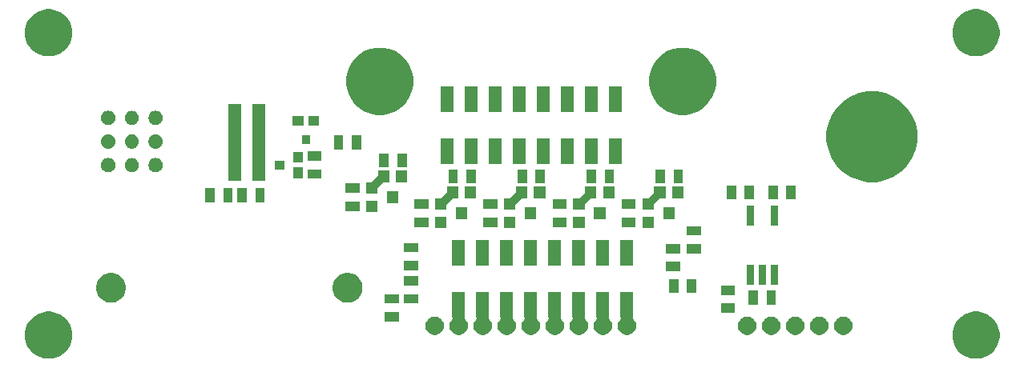
<source format=gbs>
G04 #@! TF.GenerationSoftware,KiCad,Pcbnew,5.0.2-bee76a0~70~ubuntu16.04.1*
G04 #@! TF.CreationDate,2019-12-01T15:03:48-08:00*
G04 #@! TF.ProjectId,endcap,656e6463-6170-42e6-9b69-6361645f7063,2.0*
G04 #@! TF.SameCoordinates,PX2faf080PY2faf080*
G04 #@! TF.FileFunction,Soldermask,Bot*
G04 #@! TF.FilePolarity,Negative*
%FSLAX46Y46*%
G04 Gerber Fmt 4.6, Leading zero omitted, Abs format (unit mm)*
G04 Created by KiCad (PCBNEW 5.0.2-bee76a0~70~ubuntu16.04.1) date Sun 01 Dec 2019 03:03:48 PM PST*
%MOMM*%
%LPD*%
G01*
G04 APERTURE LIST*
%ADD10C,0.100000*%
G04 APERTURE END LIST*
D10*
G36*
X102487921Y-33547056D02*
X102729515Y-33595112D01*
X103184668Y-33783643D01*
X103544387Y-34024000D01*
X103594297Y-34057349D01*
X103942651Y-34405703D01*
X104216358Y-34815334D01*
X104404888Y-35270486D01*
X104501000Y-35753672D01*
X104501000Y-36246328D01*
X104404888Y-36729514D01*
X104216358Y-37184666D01*
X103942651Y-37594297D01*
X103594297Y-37942651D01*
X103594294Y-37942653D01*
X103184668Y-38216357D01*
X102729515Y-38404888D01*
X102487921Y-38452944D01*
X102246328Y-38501000D01*
X101753672Y-38501000D01*
X101512079Y-38452944D01*
X101270485Y-38404888D01*
X100815332Y-38216357D01*
X100405706Y-37942653D01*
X100405703Y-37942651D01*
X100057349Y-37594297D01*
X99783642Y-37184666D01*
X99595112Y-36729514D01*
X99499000Y-36246328D01*
X99499000Y-35753672D01*
X99595112Y-35270486D01*
X99783642Y-34815334D01*
X100057349Y-34405703D01*
X100405703Y-34057349D01*
X100455613Y-34024000D01*
X100815332Y-33783643D01*
X101270485Y-33595112D01*
X101512079Y-33547056D01*
X101753672Y-33499000D01*
X102246328Y-33499000D01*
X102487921Y-33547056D01*
X102487921Y-33547056D01*
G37*
G36*
X4487921Y-33547056D02*
X4729515Y-33595112D01*
X5184668Y-33783643D01*
X5544387Y-34024000D01*
X5594297Y-34057349D01*
X5942651Y-34405703D01*
X6216358Y-34815334D01*
X6404888Y-35270486D01*
X6501000Y-35753672D01*
X6501000Y-36246328D01*
X6404888Y-36729514D01*
X6216358Y-37184666D01*
X5942651Y-37594297D01*
X5594297Y-37942651D01*
X5594294Y-37942653D01*
X5184668Y-38216357D01*
X4729515Y-38404888D01*
X4487921Y-38452944D01*
X4246328Y-38501000D01*
X3753672Y-38501000D01*
X3512079Y-38452944D01*
X3270485Y-38404888D01*
X2815332Y-38216357D01*
X2405706Y-37942653D01*
X2405703Y-37942651D01*
X2057349Y-37594297D01*
X1783642Y-37184666D01*
X1595112Y-36729514D01*
X1499000Y-36246328D01*
X1499000Y-35753672D01*
X1595112Y-35270486D01*
X1783642Y-34815334D01*
X2057349Y-34405703D01*
X2405703Y-34057349D01*
X2455613Y-34024000D01*
X2815332Y-33783643D01*
X3270485Y-33595112D01*
X3512079Y-33547056D01*
X3753672Y-33499000D01*
X4246328Y-33499000D01*
X4487921Y-33547056D01*
X4487921Y-33547056D01*
G37*
G36*
X48001000Y-34199801D02*
X48000450Y-34201614D01*
X47998048Y-34226000D01*
X48000450Y-34250386D01*
X48007563Y-34273835D01*
X48019114Y-34295446D01*
X48034660Y-34314388D01*
X48098106Y-34377834D01*
X48098108Y-34377837D01*
X48204920Y-34537691D01*
X48209190Y-34548000D01*
X48278493Y-34715314D01*
X48316000Y-34903871D01*
X48316000Y-35096129D01*
X48281318Y-35270486D01*
X48278492Y-35284689D01*
X48204920Y-35462309D01*
X48204919Y-35462310D01*
X48098106Y-35622166D01*
X47962166Y-35758106D01*
X47962163Y-35758108D01*
X47802309Y-35864920D01*
X47624689Y-35938492D01*
X47624688Y-35938492D01*
X47624686Y-35938493D01*
X47436129Y-35976000D01*
X47243871Y-35976000D01*
X47055314Y-35938493D01*
X47055312Y-35938492D01*
X47055311Y-35938492D01*
X46877691Y-35864920D01*
X46717837Y-35758108D01*
X46717834Y-35758106D01*
X46581894Y-35622166D01*
X46475081Y-35462310D01*
X46475080Y-35462309D01*
X46401508Y-35284689D01*
X46398683Y-35270486D01*
X46364000Y-35096129D01*
X46364000Y-34903871D01*
X46401507Y-34715314D01*
X46470810Y-34548000D01*
X46475080Y-34537691D01*
X46581892Y-34377837D01*
X46581894Y-34377834D01*
X46645340Y-34314388D01*
X46660886Y-34295446D01*
X46672437Y-34273835D01*
X46679550Y-34250386D01*
X46681952Y-34226000D01*
X46679550Y-34201614D01*
X46672437Y-34178165D01*
X46660886Y-34156554D01*
X46645340Y-34137612D01*
X46626398Y-34122066D01*
X46604787Y-34110515D01*
X46599000Y-34108760D01*
X46599000Y-31399000D01*
X48001000Y-31399000D01*
X48001000Y-34199801D01*
X48001000Y-34199801D01*
G37*
G36*
X88264686Y-34061507D02*
X88264688Y-34061508D01*
X88264689Y-34061508D01*
X88442309Y-34135080D01*
X88539170Y-34199801D01*
X88602166Y-34241894D01*
X88738106Y-34377834D01*
X88738108Y-34377837D01*
X88844920Y-34537691D01*
X88849190Y-34548000D01*
X88918493Y-34715314D01*
X88956000Y-34903871D01*
X88956000Y-35096129D01*
X88921318Y-35270486D01*
X88918492Y-35284689D01*
X88844920Y-35462309D01*
X88844919Y-35462310D01*
X88738106Y-35622166D01*
X88602166Y-35758106D01*
X88602163Y-35758108D01*
X88442309Y-35864920D01*
X88264689Y-35938492D01*
X88264688Y-35938492D01*
X88264686Y-35938493D01*
X88076129Y-35976000D01*
X87883871Y-35976000D01*
X87695314Y-35938493D01*
X87695312Y-35938492D01*
X87695311Y-35938492D01*
X87517691Y-35864920D01*
X87357837Y-35758108D01*
X87357834Y-35758106D01*
X87221894Y-35622166D01*
X87115081Y-35462310D01*
X87115080Y-35462309D01*
X87041508Y-35284689D01*
X87038683Y-35270486D01*
X87004000Y-35096129D01*
X87004000Y-34903871D01*
X87041507Y-34715314D01*
X87110810Y-34548000D01*
X87115080Y-34537691D01*
X87221892Y-34377837D01*
X87221894Y-34377834D01*
X87357834Y-34241894D01*
X87420830Y-34199801D01*
X87517691Y-34135080D01*
X87695311Y-34061508D01*
X87695312Y-34061508D01*
X87695314Y-34061507D01*
X87883871Y-34024000D01*
X88076129Y-34024000D01*
X88264686Y-34061507D01*
X88264686Y-34061507D01*
G37*
G36*
X85724686Y-34061507D02*
X85724688Y-34061508D01*
X85724689Y-34061508D01*
X85902309Y-34135080D01*
X85999170Y-34199801D01*
X86062166Y-34241894D01*
X86198106Y-34377834D01*
X86198108Y-34377837D01*
X86304920Y-34537691D01*
X86309190Y-34548000D01*
X86378493Y-34715314D01*
X86416000Y-34903871D01*
X86416000Y-35096129D01*
X86381318Y-35270486D01*
X86378492Y-35284689D01*
X86304920Y-35462309D01*
X86304919Y-35462310D01*
X86198106Y-35622166D01*
X86062166Y-35758106D01*
X86062163Y-35758108D01*
X85902309Y-35864920D01*
X85724689Y-35938492D01*
X85724688Y-35938492D01*
X85724686Y-35938493D01*
X85536129Y-35976000D01*
X85343871Y-35976000D01*
X85155314Y-35938493D01*
X85155312Y-35938492D01*
X85155311Y-35938492D01*
X84977691Y-35864920D01*
X84817837Y-35758108D01*
X84817834Y-35758106D01*
X84681894Y-35622166D01*
X84575081Y-35462310D01*
X84575080Y-35462309D01*
X84501508Y-35284689D01*
X84498683Y-35270486D01*
X84464000Y-35096129D01*
X84464000Y-34903871D01*
X84501507Y-34715314D01*
X84570810Y-34548000D01*
X84575080Y-34537691D01*
X84681892Y-34377837D01*
X84681894Y-34377834D01*
X84817834Y-34241894D01*
X84880830Y-34199801D01*
X84977691Y-34135080D01*
X85155311Y-34061508D01*
X85155312Y-34061508D01*
X85155314Y-34061507D01*
X85343871Y-34024000D01*
X85536129Y-34024000D01*
X85724686Y-34061507D01*
X85724686Y-34061507D01*
G37*
G36*
X83184686Y-34061507D02*
X83184688Y-34061508D01*
X83184689Y-34061508D01*
X83362309Y-34135080D01*
X83459170Y-34199801D01*
X83522166Y-34241894D01*
X83658106Y-34377834D01*
X83658108Y-34377837D01*
X83764920Y-34537691D01*
X83769190Y-34548000D01*
X83838493Y-34715314D01*
X83876000Y-34903871D01*
X83876000Y-35096129D01*
X83841318Y-35270486D01*
X83838492Y-35284689D01*
X83764920Y-35462309D01*
X83764919Y-35462310D01*
X83658106Y-35622166D01*
X83522166Y-35758106D01*
X83522163Y-35758108D01*
X83362309Y-35864920D01*
X83184689Y-35938492D01*
X83184688Y-35938492D01*
X83184686Y-35938493D01*
X82996129Y-35976000D01*
X82803871Y-35976000D01*
X82615314Y-35938493D01*
X82615312Y-35938492D01*
X82615311Y-35938492D01*
X82437691Y-35864920D01*
X82277837Y-35758108D01*
X82277834Y-35758106D01*
X82141894Y-35622166D01*
X82035081Y-35462310D01*
X82035080Y-35462309D01*
X81961508Y-35284689D01*
X81958683Y-35270486D01*
X81924000Y-35096129D01*
X81924000Y-34903871D01*
X81961507Y-34715314D01*
X82030810Y-34548000D01*
X82035080Y-34537691D01*
X82141892Y-34377837D01*
X82141894Y-34377834D01*
X82277834Y-34241894D01*
X82340830Y-34199801D01*
X82437691Y-34135080D01*
X82615311Y-34061508D01*
X82615312Y-34061508D01*
X82615314Y-34061507D01*
X82803871Y-34024000D01*
X82996129Y-34024000D01*
X83184686Y-34061507D01*
X83184686Y-34061507D01*
G37*
G36*
X80644686Y-34061507D02*
X80644688Y-34061508D01*
X80644689Y-34061508D01*
X80822309Y-34135080D01*
X80919170Y-34199801D01*
X80982166Y-34241894D01*
X81118106Y-34377834D01*
X81118108Y-34377837D01*
X81224920Y-34537691D01*
X81229190Y-34548000D01*
X81298493Y-34715314D01*
X81336000Y-34903871D01*
X81336000Y-35096129D01*
X81301318Y-35270486D01*
X81298492Y-35284689D01*
X81224920Y-35462309D01*
X81224919Y-35462310D01*
X81118106Y-35622166D01*
X80982166Y-35758106D01*
X80982163Y-35758108D01*
X80822309Y-35864920D01*
X80644689Y-35938492D01*
X80644688Y-35938492D01*
X80644686Y-35938493D01*
X80456129Y-35976000D01*
X80263871Y-35976000D01*
X80075314Y-35938493D01*
X80075312Y-35938492D01*
X80075311Y-35938492D01*
X79897691Y-35864920D01*
X79737837Y-35758108D01*
X79737834Y-35758106D01*
X79601894Y-35622166D01*
X79495081Y-35462310D01*
X79495080Y-35462309D01*
X79421508Y-35284689D01*
X79418683Y-35270486D01*
X79384000Y-35096129D01*
X79384000Y-34903871D01*
X79421507Y-34715314D01*
X79490810Y-34548000D01*
X79495080Y-34537691D01*
X79601892Y-34377837D01*
X79601894Y-34377834D01*
X79737834Y-34241894D01*
X79800830Y-34199801D01*
X79897691Y-34135080D01*
X80075311Y-34061508D01*
X80075312Y-34061508D01*
X80075314Y-34061507D01*
X80263871Y-34024000D01*
X80456129Y-34024000D01*
X80644686Y-34061507D01*
X80644686Y-34061507D01*
G37*
G36*
X78104686Y-34061507D02*
X78104688Y-34061508D01*
X78104689Y-34061508D01*
X78282309Y-34135080D01*
X78379170Y-34199801D01*
X78442166Y-34241894D01*
X78578106Y-34377834D01*
X78578108Y-34377837D01*
X78684920Y-34537691D01*
X78689190Y-34548000D01*
X78758493Y-34715314D01*
X78796000Y-34903871D01*
X78796000Y-35096129D01*
X78761318Y-35270486D01*
X78758492Y-35284689D01*
X78684920Y-35462309D01*
X78684919Y-35462310D01*
X78578106Y-35622166D01*
X78442166Y-35758106D01*
X78442163Y-35758108D01*
X78282309Y-35864920D01*
X78104689Y-35938492D01*
X78104688Y-35938492D01*
X78104686Y-35938493D01*
X77916129Y-35976000D01*
X77723871Y-35976000D01*
X77535314Y-35938493D01*
X77535312Y-35938492D01*
X77535311Y-35938492D01*
X77357691Y-35864920D01*
X77197837Y-35758108D01*
X77197834Y-35758106D01*
X77061894Y-35622166D01*
X76955081Y-35462310D01*
X76955080Y-35462309D01*
X76881508Y-35284689D01*
X76878683Y-35270486D01*
X76844000Y-35096129D01*
X76844000Y-34903871D01*
X76881507Y-34715314D01*
X76950810Y-34548000D01*
X76955080Y-34537691D01*
X77061892Y-34377837D01*
X77061894Y-34377834D01*
X77197834Y-34241894D01*
X77260830Y-34199801D01*
X77357691Y-34135080D01*
X77535311Y-34061508D01*
X77535312Y-34061508D01*
X77535314Y-34061507D01*
X77723871Y-34024000D01*
X77916129Y-34024000D01*
X78104686Y-34061507D01*
X78104686Y-34061507D01*
G37*
G36*
X65781000Y-34199801D02*
X65780450Y-34201614D01*
X65778048Y-34226000D01*
X65780450Y-34250386D01*
X65787563Y-34273835D01*
X65799114Y-34295446D01*
X65814660Y-34314388D01*
X65878106Y-34377834D01*
X65878108Y-34377837D01*
X65984920Y-34537691D01*
X65989190Y-34548000D01*
X66058493Y-34715314D01*
X66096000Y-34903871D01*
X66096000Y-35096129D01*
X66061318Y-35270486D01*
X66058492Y-35284689D01*
X65984920Y-35462309D01*
X65984919Y-35462310D01*
X65878106Y-35622166D01*
X65742166Y-35758106D01*
X65742163Y-35758108D01*
X65582309Y-35864920D01*
X65404689Y-35938492D01*
X65404688Y-35938492D01*
X65404686Y-35938493D01*
X65216129Y-35976000D01*
X65023871Y-35976000D01*
X64835314Y-35938493D01*
X64835312Y-35938492D01*
X64835311Y-35938492D01*
X64657691Y-35864920D01*
X64497837Y-35758108D01*
X64497834Y-35758106D01*
X64361894Y-35622166D01*
X64255081Y-35462310D01*
X64255080Y-35462309D01*
X64181508Y-35284689D01*
X64178683Y-35270486D01*
X64144000Y-35096129D01*
X64144000Y-34903871D01*
X64181507Y-34715314D01*
X64250810Y-34548000D01*
X64255080Y-34537691D01*
X64361892Y-34377837D01*
X64361894Y-34377834D01*
X64425340Y-34314388D01*
X64440886Y-34295446D01*
X64452437Y-34273835D01*
X64459550Y-34250386D01*
X64461952Y-34226000D01*
X64459550Y-34201614D01*
X64452437Y-34178165D01*
X64440886Y-34156554D01*
X64425340Y-34137612D01*
X64406398Y-34122066D01*
X64384787Y-34110515D01*
X64379000Y-34108760D01*
X64379000Y-31399000D01*
X65781000Y-31399000D01*
X65781000Y-34199801D01*
X65781000Y-34199801D01*
G37*
G36*
X63241000Y-34199801D02*
X63240450Y-34201614D01*
X63238048Y-34226000D01*
X63240450Y-34250386D01*
X63247563Y-34273835D01*
X63259114Y-34295446D01*
X63274660Y-34314388D01*
X63338106Y-34377834D01*
X63338108Y-34377837D01*
X63444920Y-34537691D01*
X63449190Y-34548000D01*
X63518493Y-34715314D01*
X63556000Y-34903871D01*
X63556000Y-35096129D01*
X63521318Y-35270486D01*
X63518492Y-35284689D01*
X63444920Y-35462309D01*
X63444919Y-35462310D01*
X63338106Y-35622166D01*
X63202166Y-35758106D01*
X63202163Y-35758108D01*
X63042309Y-35864920D01*
X62864689Y-35938492D01*
X62864688Y-35938492D01*
X62864686Y-35938493D01*
X62676129Y-35976000D01*
X62483871Y-35976000D01*
X62295314Y-35938493D01*
X62295312Y-35938492D01*
X62295311Y-35938492D01*
X62117691Y-35864920D01*
X61957837Y-35758108D01*
X61957834Y-35758106D01*
X61821894Y-35622166D01*
X61715081Y-35462310D01*
X61715080Y-35462309D01*
X61641508Y-35284689D01*
X61638683Y-35270486D01*
X61604000Y-35096129D01*
X61604000Y-34903871D01*
X61641507Y-34715314D01*
X61710810Y-34548000D01*
X61715080Y-34537691D01*
X61821892Y-34377837D01*
X61821894Y-34377834D01*
X61885340Y-34314388D01*
X61900886Y-34295446D01*
X61912437Y-34273835D01*
X61919550Y-34250386D01*
X61921952Y-34226000D01*
X61919550Y-34201614D01*
X61912437Y-34178165D01*
X61900886Y-34156554D01*
X61885340Y-34137612D01*
X61866398Y-34122066D01*
X61844787Y-34110515D01*
X61839000Y-34108760D01*
X61839000Y-31399000D01*
X63241000Y-31399000D01*
X63241000Y-34199801D01*
X63241000Y-34199801D01*
G37*
G36*
X60701000Y-34199801D02*
X60700450Y-34201614D01*
X60698048Y-34226000D01*
X60700450Y-34250386D01*
X60707563Y-34273835D01*
X60719114Y-34295446D01*
X60734660Y-34314388D01*
X60798106Y-34377834D01*
X60798108Y-34377837D01*
X60904920Y-34537691D01*
X60909190Y-34548000D01*
X60978493Y-34715314D01*
X61016000Y-34903871D01*
X61016000Y-35096129D01*
X60981318Y-35270486D01*
X60978492Y-35284689D01*
X60904920Y-35462309D01*
X60904919Y-35462310D01*
X60798106Y-35622166D01*
X60662166Y-35758106D01*
X60662163Y-35758108D01*
X60502309Y-35864920D01*
X60324689Y-35938492D01*
X60324688Y-35938492D01*
X60324686Y-35938493D01*
X60136129Y-35976000D01*
X59943871Y-35976000D01*
X59755314Y-35938493D01*
X59755312Y-35938492D01*
X59755311Y-35938492D01*
X59577691Y-35864920D01*
X59417837Y-35758108D01*
X59417834Y-35758106D01*
X59281894Y-35622166D01*
X59175081Y-35462310D01*
X59175080Y-35462309D01*
X59101508Y-35284689D01*
X59098683Y-35270486D01*
X59064000Y-35096129D01*
X59064000Y-34903871D01*
X59101507Y-34715314D01*
X59170810Y-34548000D01*
X59175080Y-34537691D01*
X59281892Y-34377837D01*
X59281894Y-34377834D01*
X59345340Y-34314388D01*
X59360886Y-34295446D01*
X59372437Y-34273835D01*
X59379550Y-34250386D01*
X59381952Y-34226000D01*
X59379550Y-34201614D01*
X59372437Y-34178165D01*
X59360886Y-34156554D01*
X59345340Y-34137612D01*
X59326398Y-34122066D01*
X59304787Y-34110515D01*
X59299000Y-34108760D01*
X59299000Y-31399000D01*
X60701000Y-31399000D01*
X60701000Y-34199801D01*
X60701000Y-34199801D01*
G37*
G36*
X58161000Y-34199801D02*
X58160450Y-34201614D01*
X58158048Y-34226000D01*
X58160450Y-34250386D01*
X58167563Y-34273835D01*
X58179114Y-34295446D01*
X58194660Y-34314388D01*
X58258106Y-34377834D01*
X58258108Y-34377837D01*
X58364920Y-34537691D01*
X58369190Y-34548000D01*
X58438493Y-34715314D01*
X58476000Y-34903871D01*
X58476000Y-35096129D01*
X58441318Y-35270486D01*
X58438492Y-35284689D01*
X58364920Y-35462309D01*
X58364919Y-35462310D01*
X58258106Y-35622166D01*
X58122166Y-35758106D01*
X58122163Y-35758108D01*
X57962309Y-35864920D01*
X57784689Y-35938492D01*
X57784688Y-35938492D01*
X57784686Y-35938493D01*
X57596129Y-35976000D01*
X57403871Y-35976000D01*
X57215314Y-35938493D01*
X57215312Y-35938492D01*
X57215311Y-35938492D01*
X57037691Y-35864920D01*
X56877837Y-35758108D01*
X56877834Y-35758106D01*
X56741894Y-35622166D01*
X56635081Y-35462310D01*
X56635080Y-35462309D01*
X56561508Y-35284689D01*
X56558683Y-35270486D01*
X56524000Y-35096129D01*
X56524000Y-34903871D01*
X56561507Y-34715314D01*
X56630810Y-34548000D01*
X56635080Y-34537691D01*
X56741892Y-34377837D01*
X56741894Y-34377834D01*
X56805340Y-34314388D01*
X56820886Y-34295446D01*
X56832437Y-34273835D01*
X56839550Y-34250386D01*
X56841952Y-34226000D01*
X56839550Y-34201614D01*
X56832437Y-34178165D01*
X56820886Y-34156554D01*
X56805340Y-34137612D01*
X56786398Y-34122066D01*
X56764787Y-34110515D01*
X56759000Y-34108760D01*
X56759000Y-31399000D01*
X58161000Y-31399000D01*
X58161000Y-34199801D01*
X58161000Y-34199801D01*
G37*
G36*
X55621000Y-34199801D02*
X55620450Y-34201614D01*
X55618048Y-34226000D01*
X55620450Y-34250386D01*
X55627563Y-34273835D01*
X55639114Y-34295446D01*
X55654660Y-34314388D01*
X55718106Y-34377834D01*
X55718108Y-34377837D01*
X55824920Y-34537691D01*
X55829190Y-34548000D01*
X55898493Y-34715314D01*
X55936000Y-34903871D01*
X55936000Y-35096129D01*
X55901318Y-35270486D01*
X55898492Y-35284689D01*
X55824920Y-35462309D01*
X55824919Y-35462310D01*
X55718106Y-35622166D01*
X55582166Y-35758106D01*
X55582163Y-35758108D01*
X55422309Y-35864920D01*
X55244689Y-35938492D01*
X55244688Y-35938492D01*
X55244686Y-35938493D01*
X55056129Y-35976000D01*
X54863871Y-35976000D01*
X54675314Y-35938493D01*
X54675312Y-35938492D01*
X54675311Y-35938492D01*
X54497691Y-35864920D01*
X54337837Y-35758108D01*
X54337834Y-35758106D01*
X54201894Y-35622166D01*
X54095081Y-35462310D01*
X54095080Y-35462309D01*
X54021508Y-35284689D01*
X54018683Y-35270486D01*
X53984000Y-35096129D01*
X53984000Y-34903871D01*
X54021507Y-34715314D01*
X54090810Y-34548000D01*
X54095080Y-34537691D01*
X54201892Y-34377837D01*
X54201894Y-34377834D01*
X54265340Y-34314388D01*
X54280886Y-34295446D01*
X54292437Y-34273835D01*
X54299550Y-34250386D01*
X54301952Y-34226000D01*
X54299550Y-34201614D01*
X54292437Y-34178165D01*
X54280886Y-34156554D01*
X54265340Y-34137612D01*
X54246398Y-34122066D01*
X54224787Y-34110515D01*
X54219000Y-34108760D01*
X54219000Y-31399000D01*
X55621000Y-31399000D01*
X55621000Y-34199801D01*
X55621000Y-34199801D01*
G37*
G36*
X53081000Y-34199801D02*
X53080450Y-34201614D01*
X53078048Y-34226000D01*
X53080450Y-34250386D01*
X53087563Y-34273835D01*
X53099114Y-34295446D01*
X53114660Y-34314388D01*
X53178106Y-34377834D01*
X53178108Y-34377837D01*
X53284920Y-34537691D01*
X53289190Y-34548000D01*
X53358493Y-34715314D01*
X53396000Y-34903871D01*
X53396000Y-35096129D01*
X53361318Y-35270486D01*
X53358492Y-35284689D01*
X53284920Y-35462309D01*
X53284919Y-35462310D01*
X53178106Y-35622166D01*
X53042166Y-35758106D01*
X53042163Y-35758108D01*
X52882309Y-35864920D01*
X52704689Y-35938492D01*
X52704688Y-35938492D01*
X52704686Y-35938493D01*
X52516129Y-35976000D01*
X52323871Y-35976000D01*
X52135314Y-35938493D01*
X52135312Y-35938492D01*
X52135311Y-35938492D01*
X51957691Y-35864920D01*
X51797837Y-35758108D01*
X51797834Y-35758106D01*
X51661894Y-35622166D01*
X51555081Y-35462310D01*
X51555080Y-35462309D01*
X51481508Y-35284689D01*
X51478683Y-35270486D01*
X51444000Y-35096129D01*
X51444000Y-34903871D01*
X51481507Y-34715314D01*
X51550810Y-34548000D01*
X51555080Y-34537691D01*
X51661892Y-34377837D01*
X51661894Y-34377834D01*
X51725340Y-34314388D01*
X51740886Y-34295446D01*
X51752437Y-34273835D01*
X51759550Y-34250386D01*
X51761952Y-34226000D01*
X51759550Y-34201614D01*
X51752437Y-34178165D01*
X51740886Y-34156554D01*
X51725340Y-34137612D01*
X51706398Y-34122066D01*
X51684787Y-34110515D01*
X51679000Y-34108760D01*
X51679000Y-31399000D01*
X53081000Y-31399000D01*
X53081000Y-34199801D01*
X53081000Y-34199801D01*
G37*
G36*
X50541000Y-34199801D02*
X50540450Y-34201614D01*
X50538048Y-34226000D01*
X50540450Y-34250386D01*
X50547563Y-34273835D01*
X50559114Y-34295446D01*
X50574660Y-34314388D01*
X50638106Y-34377834D01*
X50638108Y-34377837D01*
X50744920Y-34537691D01*
X50749190Y-34548000D01*
X50818493Y-34715314D01*
X50856000Y-34903871D01*
X50856000Y-35096129D01*
X50821318Y-35270486D01*
X50818492Y-35284689D01*
X50744920Y-35462309D01*
X50744919Y-35462310D01*
X50638106Y-35622166D01*
X50502166Y-35758106D01*
X50502163Y-35758108D01*
X50342309Y-35864920D01*
X50164689Y-35938492D01*
X50164688Y-35938492D01*
X50164686Y-35938493D01*
X49976129Y-35976000D01*
X49783871Y-35976000D01*
X49595314Y-35938493D01*
X49595312Y-35938492D01*
X49595311Y-35938492D01*
X49417691Y-35864920D01*
X49257837Y-35758108D01*
X49257834Y-35758106D01*
X49121894Y-35622166D01*
X49015081Y-35462310D01*
X49015080Y-35462309D01*
X48941508Y-35284689D01*
X48938683Y-35270486D01*
X48904000Y-35096129D01*
X48904000Y-34903871D01*
X48941507Y-34715314D01*
X49010810Y-34548000D01*
X49015080Y-34537691D01*
X49121892Y-34377837D01*
X49121894Y-34377834D01*
X49185340Y-34314388D01*
X49200886Y-34295446D01*
X49212437Y-34273835D01*
X49219550Y-34250386D01*
X49221952Y-34226000D01*
X49219550Y-34201614D01*
X49212437Y-34178165D01*
X49200886Y-34156554D01*
X49185340Y-34137612D01*
X49166398Y-34122066D01*
X49144787Y-34110515D01*
X49139000Y-34108760D01*
X49139000Y-31399000D01*
X50541000Y-31399000D01*
X50541000Y-34199801D01*
X50541000Y-34199801D01*
G37*
G36*
X45084686Y-34061507D02*
X45084688Y-34061508D01*
X45084689Y-34061508D01*
X45262309Y-34135080D01*
X45359170Y-34199801D01*
X45422166Y-34241894D01*
X45558106Y-34377834D01*
X45558108Y-34377837D01*
X45664920Y-34537691D01*
X45669190Y-34548000D01*
X45738493Y-34715314D01*
X45776000Y-34903871D01*
X45776000Y-35096129D01*
X45741318Y-35270486D01*
X45738492Y-35284689D01*
X45664920Y-35462309D01*
X45664919Y-35462310D01*
X45558106Y-35622166D01*
X45422166Y-35758106D01*
X45422163Y-35758108D01*
X45262309Y-35864920D01*
X45084689Y-35938492D01*
X45084688Y-35938492D01*
X45084686Y-35938493D01*
X44896129Y-35976000D01*
X44703871Y-35976000D01*
X44515314Y-35938493D01*
X44515312Y-35938492D01*
X44515311Y-35938492D01*
X44337691Y-35864920D01*
X44177837Y-35758108D01*
X44177834Y-35758106D01*
X44041894Y-35622166D01*
X43935081Y-35462310D01*
X43935080Y-35462309D01*
X43861508Y-35284689D01*
X43858683Y-35270486D01*
X43824000Y-35096129D01*
X43824000Y-34903871D01*
X43861507Y-34715314D01*
X43930810Y-34548000D01*
X43935080Y-34537691D01*
X44041892Y-34377837D01*
X44041894Y-34377834D01*
X44177834Y-34241894D01*
X44240830Y-34199801D01*
X44337691Y-34135080D01*
X44515311Y-34061508D01*
X44515312Y-34061508D01*
X44515314Y-34061507D01*
X44703871Y-34024000D01*
X44896129Y-34024000D01*
X45084686Y-34061507D01*
X45084686Y-34061507D01*
G37*
G36*
X41049500Y-34548000D02*
X39550500Y-34548000D01*
X39550500Y-33557000D01*
X41049500Y-33557000D01*
X41049500Y-34548000D01*
X41049500Y-34548000D01*
G37*
G36*
X76549500Y-33648000D02*
X75050500Y-33648000D01*
X75050500Y-32657000D01*
X76549500Y-32657000D01*
X76549500Y-33648000D01*
X76549500Y-33648000D01*
G37*
G36*
X78943000Y-32749500D02*
X77952000Y-32749500D01*
X77952000Y-31250500D01*
X78943000Y-31250500D01*
X78943000Y-32749500D01*
X78943000Y-32749500D01*
G37*
G36*
X80848000Y-32749500D02*
X79857000Y-32749500D01*
X79857000Y-31250500D01*
X80848000Y-31250500D01*
X80848000Y-32749500D01*
X80848000Y-32749500D01*
G37*
G36*
X43049500Y-32648000D02*
X41550500Y-32648000D01*
X41550500Y-31657000D01*
X43049500Y-31657000D01*
X43049500Y-32648000D01*
X43049500Y-32648000D01*
G37*
G36*
X41049500Y-32643000D02*
X39550500Y-32643000D01*
X39550500Y-31652000D01*
X41049500Y-31652000D01*
X41049500Y-32643000D01*
X41049500Y-32643000D01*
G37*
G36*
X10805739Y-29434048D02*
X11059702Y-29484564D01*
X11346516Y-29603367D01*
X11604642Y-29775841D01*
X11824159Y-29995358D01*
X11996633Y-30253484D01*
X12115436Y-30540298D01*
X12176000Y-30844778D01*
X12176000Y-31155222D01*
X12115436Y-31459702D01*
X11996633Y-31746516D01*
X11824159Y-32004642D01*
X11604642Y-32224159D01*
X11346516Y-32396633D01*
X11059702Y-32515436D01*
X10805739Y-32565952D01*
X10755223Y-32576000D01*
X10444777Y-32576000D01*
X10394261Y-32565952D01*
X10140298Y-32515436D01*
X9853484Y-32396633D01*
X9595358Y-32224159D01*
X9375841Y-32004642D01*
X9203367Y-31746516D01*
X9084564Y-31459702D01*
X9024000Y-31155222D01*
X9024000Y-30844778D01*
X9084564Y-30540298D01*
X9203367Y-30253484D01*
X9375841Y-29995358D01*
X9595358Y-29775841D01*
X9853484Y-29603367D01*
X10140298Y-29484564D01*
X10394261Y-29434048D01*
X10444777Y-29424000D01*
X10755223Y-29424000D01*
X10805739Y-29434048D01*
X10805739Y-29434048D01*
G37*
G36*
X35805739Y-29434048D02*
X36059702Y-29484564D01*
X36346516Y-29603367D01*
X36604642Y-29775841D01*
X36824159Y-29995358D01*
X36996633Y-30253484D01*
X37115436Y-30540298D01*
X37176000Y-30844778D01*
X37176000Y-31155222D01*
X37115436Y-31459702D01*
X36996633Y-31746516D01*
X36824159Y-32004642D01*
X36604642Y-32224159D01*
X36346516Y-32396633D01*
X36059702Y-32515436D01*
X35805739Y-32565952D01*
X35755223Y-32576000D01*
X35444777Y-32576000D01*
X35394261Y-32565952D01*
X35140298Y-32515436D01*
X34853484Y-32396633D01*
X34595358Y-32224159D01*
X34375841Y-32004642D01*
X34203367Y-31746516D01*
X34084564Y-31459702D01*
X34024000Y-31155222D01*
X34024000Y-30844778D01*
X34084564Y-30540298D01*
X34203367Y-30253484D01*
X34375841Y-29995358D01*
X34595358Y-29775841D01*
X34853484Y-29603367D01*
X35140298Y-29484564D01*
X35394261Y-29434048D01*
X35444777Y-29424000D01*
X35755223Y-29424000D01*
X35805739Y-29434048D01*
X35805739Y-29434048D01*
G37*
G36*
X76549500Y-31743000D02*
X75050500Y-31743000D01*
X75050500Y-30752000D01*
X76549500Y-30752000D01*
X76549500Y-31743000D01*
X76549500Y-31743000D01*
G37*
G36*
X70543000Y-31549500D02*
X69552000Y-31549500D01*
X69552000Y-30050500D01*
X70543000Y-30050500D01*
X70543000Y-31549500D01*
X70543000Y-31549500D01*
G37*
G36*
X72448000Y-31549500D02*
X71457000Y-31549500D01*
X71457000Y-30050500D01*
X72448000Y-30050500D01*
X72448000Y-31549500D01*
X72448000Y-31549500D01*
G37*
G36*
X43049500Y-30743000D02*
X41550500Y-30743000D01*
X41550500Y-29752000D01*
X43049500Y-29752000D01*
X43049500Y-30743000D01*
X43049500Y-30743000D01*
G37*
G36*
X81041000Y-30701000D02*
X80299000Y-30701000D01*
X80299000Y-28599000D01*
X81041000Y-28599000D01*
X81041000Y-30701000D01*
X81041000Y-30701000D01*
G37*
G36*
X78501000Y-30701000D02*
X77759000Y-30701000D01*
X77759000Y-28599000D01*
X78501000Y-28599000D01*
X78501000Y-30701000D01*
X78501000Y-30701000D01*
G37*
G36*
X79771000Y-30701000D02*
X79029000Y-30701000D01*
X79029000Y-28599000D01*
X79771000Y-28599000D01*
X79771000Y-30701000D01*
X79771000Y-30701000D01*
G37*
G36*
X70749500Y-29248000D02*
X69250500Y-29248000D01*
X69250500Y-28257000D01*
X70749500Y-28257000D01*
X70749500Y-29248000D01*
X70749500Y-29248000D01*
G37*
G36*
X43049500Y-29148000D02*
X41550500Y-29148000D01*
X41550500Y-28157000D01*
X43049500Y-28157000D01*
X43049500Y-29148000D01*
X43049500Y-29148000D01*
G37*
G36*
X48001000Y-28601000D02*
X46599000Y-28601000D01*
X46599000Y-25899000D01*
X48001000Y-25899000D01*
X48001000Y-28601000D01*
X48001000Y-28601000D01*
G37*
G36*
X50541000Y-28601000D02*
X49139000Y-28601000D01*
X49139000Y-25899000D01*
X50541000Y-25899000D01*
X50541000Y-28601000D01*
X50541000Y-28601000D01*
G37*
G36*
X55621000Y-28601000D02*
X54219000Y-28601000D01*
X54219000Y-25899000D01*
X55621000Y-25899000D01*
X55621000Y-28601000D01*
X55621000Y-28601000D01*
G37*
G36*
X58161000Y-28601000D02*
X56759000Y-28601000D01*
X56759000Y-25899000D01*
X58161000Y-25899000D01*
X58161000Y-28601000D01*
X58161000Y-28601000D01*
G37*
G36*
X63241000Y-28601000D02*
X61839000Y-28601000D01*
X61839000Y-25899000D01*
X63241000Y-25899000D01*
X63241000Y-28601000D01*
X63241000Y-28601000D01*
G37*
G36*
X65781000Y-28601000D02*
X64379000Y-28601000D01*
X64379000Y-25899000D01*
X65781000Y-25899000D01*
X65781000Y-28601000D01*
X65781000Y-28601000D01*
G37*
G36*
X53081000Y-28601000D02*
X51679000Y-28601000D01*
X51679000Y-25899000D01*
X53081000Y-25899000D01*
X53081000Y-28601000D01*
X53081000Y-28601000D01*
G37*
G36*
X60701000Y-28601000D02*
X59299000Y-28601000D01*
X59299000Y-25899000D01*
X60701000Y-25899000D01*
X60701000Y-28601000D01*
X60701000Y-28601000D01*
G37*
G36*
X72949500Y-27348000D02*
X71450500Y-27348000D01*
X71450500Y-26357000D01*
X72949500Y-26357000D01*
X72949500Y-27348000D01*
X72949500Y-27348000D01*
G37*
G36*
X70749500Y-27343000D02*
X69250500Y-27343000D01*
X69250500Y-26352000D01*
X70749500Y-26352000D01*
X70749500Y-27343000D01*
X70749500Y-27343000D01*
G37*
G36*
X43049500Y-27243000D02*
X41550500Y-27243000D01*
X41550500Y-26252000D01*
X43049500Y-26252000D01*
X43049500Y-27243000D01*
X43049500Y-27243000D01*
G37*
G36*
X72949500Y-25443000D02*
X71450500Y-25443000D01*
X71450500Y-24452000D01*
X72949500Y-24452000D01*
X72949500Y-25443000D01*
X72949500Y-25443000D01*
G37*
G36*
X60651000Y-24651000D02*
X59449000Y-24651000D01*
X59449000Y-23449000D01*
X60651000Y-23449000D01*
X60651000Y-24651000D01*
X60651000Y-24651000D01*
G37*
G36*
X46051000Y-24651000D02*
X44849000Y-24651000D01*
X44849000Y-23449000D01*
X46051000Y-23449000D01*
X46051000Y-24651000D01*
X46051000Y-24651000D01*
G37*
G36*
X67951000Y-24651000D02*
X66749000Y-24651000D01*
X66749000Y-23449000D01*
X67951000Y-23449000D01*
X67951000Y-24651000D01*
X67951000Y-24651000D01*
G37*
G36*
X53351000Y-24651000D02*
X52149000Y-24651000D01*
X52149000Y-23449000D01*
X53351000Y-23449000D01*
X53351000Y-24651000D01*
X53351000Y-24651000D01*
G37*
G36*
X44149500Y-24548000D02*
X42650500Y-24548000D01*
X42650500Y-23557000D01*
X44149500Y-23557000D01*
X44149500Y-24548000D01*
X44149500Y-24548000D01*
G37*
G36*
X58749500Y-24548000D02*
X57250500Y-24548000D01*
X57250500Y-23557000D01*
X58749500Y-23557000D01*
X58749500Y-24548000D01*
X58749500Y-24548000D01*
G37*
G36*
X51449500Y-24548000D02*
X49950500Y-24548000D01*
X49950500Y-23557000D01*
X51449500Y-23557000D01*
X51449500Y-24548000D01*
X51449500Y-24548000D01*
G37*
G36*
X66049500Y-24548000D02*
X64550500Y-24548000D01*
X64550500Y-23557000D01*
X66049500Y-23557000D01*
X66049500Y-24548000D01*
X66049500Y-24548000D01*
G37*
G36*
X81041000Y-24401000D02*
X80299000Y-24401000D01*
X80299000Y-22299000D01*
X81041000Y-22299000D01*
X81041000Y-24401000D01*
X81041000Y-24401000D01*
G37*
G36*
X78501000Y-24401000D02*
X77759000Y-24401000D01*
X77759000Y-22299000D01*
X78501000Y-22299000D01*
X78501000Y-24401000D01*
X78501000Y-24401000D01*
G37*
G36*
X70151000Y-23701000D02*
X68949000Y-23701000D01*
X68949000Y-22499000D01*
X70151000Y-22499000D01*
X70151000Y-23701000D01*
X70151000Y-23701000D01*
G37*
G36*
X62851000Y-23701000D02*
X61649000Y-23701000D01*
X61649000Y-22499000D01*
X62851000Y-22499000D01*
X62851000Y-23701000D01*
X62851000Y-23701000D01*
G37*
G36*
X48251000Y-23701000D02*
X47049000Y-23701000D01*
X47049000Y-22499000D01*
X48251000Y-22499000D01*
X48251000Y-23701000D01*
X48251000Y-23701000D01*
G37*
G36*
X55551000Y-23701000D02*
X54349000Y-23701000D01*
X54349000Y-22499000D01*
X55551000Y-22499000D01*
X55551000Y-23701000D01*
X55551000Y-23701000D01*
G37*
G36*
X38751000Y-22951000D02*
X37549000Y-22951000D01*
X37549000Y-21749000D01*
X38751000Y-21749000D01*
X38751000Y-22951000D01*
X38751000Y-22951000D01*
G37*
G36*
X36849500Y-22848000D02*
X35350500Y-22848000D01*
X35350500Y-21857000D01*
X36849500Y-21857000D01*
X36849500Y-22848000D01*
X36849500Y-22848000D01*
G37*
G36*
X61901000Y-21501000D02*
X61388587Y-21501000D01*
X61364201Y-21503402D01*
X61340752Y-21510515D01*
X61319141Y-21522066D01*
X61300199Y-21537612D01*
X60687612Y-22150199D01*
X60672066Y-22169141D01*
X60660515Y-22190752D01*
X60653402Y-22214201D01*
X60651000Y-22238587D01*
X60651000Y-22751000D01*
X59449000Y-22751000D01*
X59449000Y-21549000D01*
X59961413Y-21549000D01*
X59985799Y-21546598D01*
X60009248Y-21539485D01*
X60030859Y-21527934D01*
X60049801Y-21512388D01*
X60662388Y-20899801D01*
X60677934Y-20880859D01*
X60689485Y-20859248D01*
X60696598Y-20835799D01*
X60699000Y-20811413D01*
X60699000Y-20299000D01*
X61901000Y-20299000D01*
X61901000Y-21501000D01*
X61901000Y-21501000D01*
G37*
G36*
X54601000Y-21501000D02*
X54088587Y-21501000D01*
X54064201Y-21503402D01*
X54040752Y-21510515D01*
X54019141Y-21522066D01*
X54000199Y-21537612D01*
X53387612Y-22150199D01*
X53372066Y-22169141D01*
X53360515Y-22190752D01*
X53353402Y-22214201D01*
X53351000Y-22238587D01*
X53351000Y-22751000D01*
X52149000Y-22751000D01*
X52149000Y-21549000D01*
X52661413Y-21549000D01*
X52685799Y-21546598D01*
X52709248Y-21539485D01*
X52730859Y-21527934D01*
X52749801Y-21512388D01*
X53362388Y-20899801D01*
X53377934Y-20880859D01*
X53389485Y-20859248D01*
X53396598Y-20835799D01*
X53399000Y-20811413D01*
X53399000Y-20299000D01*
X54601000Y-20299000D01*
X54601000Y-21501000D01*
X54601000Y-21501000D01*
G37*
G36*
X69201000Y-21501000D02*
X68688587Y-21501000D01*
X68664201Y-21503402D01*
X68640752Y-21510515D01*
X68619141Y-21522066D01*
X68600199Y-21537612D01*
X67987612Y-22150199D01*
X67972066Y-22169141D01*
X67960515Y-22190752D01*
X67953402Y-22214201D01*
X67951000Y-22238587D01*
X67951000Y-22751000D01*
X66749000Y-22751000D01*
X66749000Y-21549000D01*
X67261413Y-21549000D01*
X67285799Y-21546598D01*
X67309248Y-21539485D01*
X67330859Y-21527934D01*
X67349801Y-21512388D01*
X67962388Y-20899801D01*
X67977934Y-20880859D01*
X67989485Y-20859248D01*
X67996598Y-20835799D01*
X67999000Y-20811413D01*
X67999000Y-20299000D01*
X69201000Y-20299000D01*
X69201000Y-21501000D01*
X69201000Y-21501000D01*
G37*
G36*
X47301000Y-21501000D02*
X46788587Y-21501000D01*
X46764201Y-21503402D01*
X46740752Y-21510515D01*
X46719141Y-21522066D01*
X46700199Y-21537612D01*
X46087612Y-22150199D01*
X46072066Y-22169141D01*
X46060515Y-22190752D01*
X46053402Y-22214201D01*
X46051000Y-22238587D01*
X46051000Y-22751000D01*
X44849000Y-22751000D01*
X44849000Y-21549000D01*
X45361413Y-21549000D01*
X45385799Y-21546598D01*
X45409248Y-21539485D01*
X45430859Y-21527934D01*
X45449801Y-21512388D01*
X46062388Y-20899801D01*
X46077934Y-20880859D01*
X46089485Y-20859248D01*
X46096598Y-20835799D01*
X46099000Y-20811413D01*
X46099000Y-20299000D01*
X47301000Y-20299000D01*
X47301000Y-21501000D01*
X47301000Y-21501000D01*
G37*
G36*
X44149500Y-22643000D02*
X42650500Y-22643000D01*
X42650500Y-21652000D01*
X44149500Y-21652000D01*
X44149500Y-22643000D01*
X44149500Y-22643000D01*
G37*
G36*
X58749500Y-22643000D02*
X57250500Y-22643000D01*
X57250500Y-21652000D01*
X58749500Y-21652000D01*
X58749500Y-22643000D01*
X58749500Y-22643000D01*
G37*
G36*
X51449500Y-22643000D02*
X49950500Y-22643000D01*
X49950500Y-21652000D01*
X51449500Y-21652000D01*
X51449500Y-22643000D01*
X51449500Y-22643000D01*
G37*
G36*
X66049500Y-22643000D02*
X64550500Y-22643000D01*
X64550500Y-21652000D01*
X66049500Y-21652000D01*
X66049500Y-22643000D01*
X66049500Y-22643000D01*
G37*
G36*
X40951000Y-22001000D02*
X39749000Y-22001000D01*
X39749000Y-20799000D01*
X40951000Y-20799000D01*
X40951000Y-22001000D01*
X40951000Y-22001000D01*
G37*
G36*
X24943000Y-21949500D02*
X23952000Y-21949500D01*
X23952000Y-20450500D01*
X24943000Y-20450500D01*
X24943000Y-21949500D01*
X24943000Y-21949500D01*
G37*
G36*
X23448000Y-21949500D02*
X22457000Y-21949500D01*
X22457000Y-20450500D01*
X23448000Y-20450500D01*
X23448000Y-21949500D01*
X23448000Y-21949500D01*
G37*
G36*
X26848000Y-21949500D02*
X25857000Y-21949500D01*
X25857000Y-20450500D01*
X26848000Y-20450500D01*
X26848000Y-21949500D01*
X26848000Y-21949500D01*
G37*
G36*
X21543000Y-21949500D02*
X20552000Y-21949500D01*
X20552000Y-20450500D01*
X21543000Y-20450500D01*
X21543000Y-21949500D01*
X21543000Y-21949500D01*
G37*
G36*
X81043000Y-21649500D02*
X80052000Y-21649500D01*
X80052000Y-20150500D01*
X81043000Y-20150500D01*
X81043000Y-21649500D01*
X81043000Y-21649500D01*
G37*
G36*
X82948000Y-21649500D02*
X81957000Y-21649500D01*
X81957000Y-20150500D01*
X82948000Y-20150500D01*
X82948000Y-21649500D01*
X82948000Y-21649500D01*
G37*
G36*
X78548000Y-21649500D02*
X77557000Y-21649500D01*
X77557000Y-20150500D01*
X78548000Y-20150500D01*
X78548000Y-21649500D01*
X78548000Y-21649500D01*
G37*
G36*
X76643000Y-21649500D02*
X75652000Y-21649500D01*
X75652000Y-20150500D01*
X76643000Y-20150500D01*
X76643000Y-21649500D01*
X76643000Y-21649500D01*
G37*
G36*
X56501000Y-21501000D02*
X55299000Y-21501000D01*
X55299000Y-20299000D01*
X56501000Y-20299000D01*
X56501000Y-21501000D01*
X56501000Y-21501000D01*
G37*
G36*
X49201000Y-21501000D02*
X47999000Y-21501000D01*
X47999000Y-20299000D01*
X49201000Y-20299000D01*
X49201000Y-21501000D01*
X49201000Y-21501000D01*
G37*
G36*
X63801000Y-21501000D02*
X62599000Y-21501000D01*
X62599000Y-20299000D01*
X63801000Y-20299000D01*
X63801000Y-21501000D01*
X63801000Y-21501000D01*
G37*
G36*
X71101000Y-21501000D02*
X69899000Y-21501000D01*
X69899000Y-20299000D01*
X71101000Y-20299000D01*
X71101000Y-21501000D01*
X71101000Y-21501000D01*
G37*
G36*
X40001000Y-19801000D02*
X39488587Y-19801000D01*
X39464201Y-19803402D01*
X39440752Y-19810515D01*
X39419141Y-19822066D01*
X39400199Y-19837612D01*
X38787612Y-20450199D01*
X38772066Y-20469141D01*
X38760515Y-20490752D01*
X38753402Y-20514201D01*
X38751000Y-20538587D01*
X38751000Y-21051000D01*
X37549000Y-21051000D01*
X37549000Y-19849000D01*
X38061413Y-19849000D01*
X38085799Y-19846598D01*
X38109248Y-19839485D01*
X38130859Y-19827934D01*
X38149801Y-19812388D01*
X38762388Y-19199801D01*
X38777934Y-19180859D01*
X38789485Y-19159248D01*
X38796598Y-19135799D01*
X38799000Y-19111413D01*
X38799000Y-18599000D01*
X40001000Y-18599000D01*
X40001000Y-19801000D01*
X40001000Y-19801000D01*
G37*
G36*
X36849500Y-20943000D02*
X35350500Y-20943000D01*
X35350500Y-19952000D01*
X36849500Y-19952000D01*
X36849500Y-20943000D01*
X36849500Y-20943000D01*
G37*
G36*
X49148000Y-19949500D02*
X48157000Y-19949500D01*
X48157000Y-18450500D01*
X49148000Y-18450500D01*
X49148000Y-19949500D01*
X49148000Y-19949500D01*
G37*
G36*
X47243000Y-19949500D02*
X46252000Y-19949500D01*
X46252000Y-18450500D01*
X47243000Y-18450500D01*
X47243000Y-19949500D01*
X47243000Y-19949500D01*
G37*
G36*
X61843000Y-19949500D02*
X60852000Y-19949500D01*
X60852000Y-18450500D01*
X61843000Y-18450500D01*
X61843000Y-19949500D01*
X61843000Y-19949500D01*
G37*
G36*
X56448000Y-19949500D02*
X55457000Y-19949500D01*
X55457000Y-18450500D01*
X56448000Y-18450500D01*
X56448000Y-19949500D01*
X56448000Y-19949500D01*
G37*
G36*
X54543000Y-19949500D02*
X53552000Y-19949500D01*
X53552000Y-18450500D01*
X54543000Y-18450500D01*
X54543000Y-19949500D01*
X54543000Y-19949500D01*
G37*
G36*
X63748000Y-19949500D02*
X62757000Y-19949500D01*
X62757000Y-18450500D01*
X63748000Y-18450500D01*
X63748000Y-19949500D01*
X63748000Y-19949500D01*
G37*
G36*
X71048000Y-19949500D02*
X70057000Y-19949500D01*
X70057000Y-18450500D01*
X71048000Y-18450500D01*
X71048000Y-19949500D01*
X71048000Y-19949500D01*
G37*
G36*
X69143000Y-19949500D02*
X68152000Y-19949500D01*
X68152000Y-18450500D01*
X69143000Y-18450500D01*
X69143000Y-19949500D01*
X69143000Y-19949500D01*
G37*
G36*
X92400399Y-10383499D02*
X93274125Y-10745408D01*
X94060462Y-11270822D01*
X94729178Y-11939538D01*
X95254592Y-12725875D01*
X95616501Y-13599601D01*
X95801000Y-14527141D01*
X95801000Y-15472859D01*
X95616501Y-16400399D01*
X95254592Y-17274125D01*
X94729178Y-18060462D01*
X94060462Y-18729178D01*
X93274125Y-19254592D01*
X92400399Y-19616501D01*
X91472859Y-19801000D01*
X90527141Y-19801000D01*
X89599601Y-19616501D01*
X88725875Y-19254592D01*
X87939538Y-18729178D01*
X87270822Y-18060462D01*
X86745408Y-17274125D01*
X86383499Y-16400399D01*
X86199000Y-15472859D01*
X86199000Y-14527141D01*
X86383499Y-13599601D01*
X86745408Y-12725875D01*
X87270822Y-11939538D01*
X87939538Y-11270822D01*
X88725875Y-10745408D01*
X89599601Y-10383499D01*
X90527141Y-10199000D01*
X91472859Y-10199000D01*
X92400399Y-10383499D01*
X92400399Y-10383499D01*
G37*
G36*
X41901000Y-19801000D02*
X40699000Y-19801000D01*
X40699000Y-18599000D01*
X41901000Y-18599000D01*
X41901000Y-19801000D01*
X41901000Y-19801000D01*
G37*
G36*
X24361000Y-19651000D02*
X22959000Y-19651000D01*
X22959000Y-11549000D01*
X24361000Y-11549000D01*
X24361000Y-19651000D01*
X24361000Y-19651000D01*
G37*
G36*
X26901000Y-19651000D02*
X25499000Y-19651000D01*
X25499000Y-11549000D01*
X26901000Y-11549000D01*
X26901000Y-19651000D01*
X26901000Y-19651000D01*
G37*
G36*
X32849500Y-19448000D02*
X31350500Y-19448000D01*
X31350500Y-18457000D01*
X32849500Y-18457000D01*
X32849500Y-19448000D01*
X32849500Y-19448000D01*
G37*
G36*
X30901000Y-19401000D02*
X29899000Y-19401000D01*
X29899000Y-18249000D01*
X30901000Y-18249000D01*
X30901000Y-19401000D01*
X30901000Y-19401000D01*
G37*
G36*
X10432004Y-17260544D02*
X10519059Y-17277860D01*
X10655732Y-17334472D01*
X10655733Y-17334473D01*
X10778738Y-17416662D01*
X10883338Y-17521262D01*
X10883340Y-17521265D01*
X10965528Y-17644268D01*
X11022140Y-17780941D01*
X11051000Y-17926033D01*
X11051000Y-18073967D01*
X11022140Y-18219059D01*
X10965528Y-18355732D01*
X10965527Y-18355733D01*
X10883338Y-18478738D01*
X10778738Y-18583338D01*
X10778735Y-18583340D01*
X10655732Y-18665528D01*
X10519059Y-18722140D01*
X10439696Y-18737926D01*
X10373969Y-18751000D01*
X10226031Y-18751000D01*
X10160304Y-18737926D01*
X10080941Y-18722140D01*
X9944268Y-18665528D01*
X9821265Y-18583340D01*
X9821262Y-18583338D01*
X9716662Y-18478738D01*
X9634473Y-18355733D01*
X9634472Y-18355732D01*
X9577860Y-18219059D01*
X9549000Y-18073967D01*
X9549000Y-17926033D01*
X9577860Y-17780941D01*
X9634472Y-17644268D01*
X9716660Y-17521265D01*
X9716662Y-17521262D01*
X9821262Y-17416662D01*
X9944267Y-17334473D01*
X9944268Y-17334472D01*
X10080941Y-17277860D01*
X10167996Y-17260544D01*
X10226031Y-17249000D01*
X10373969Y-17249000D01*
X10432004Y-17260544D01*
X10432004Y-17260544D01*
G37*
G36*
X12932004Y-17260544D02*
X13019059Y-17277860D01*
X13155732Y-17334472D01*
X13155733Y-17334473D01*
X13278738Y-17416662D01*
X13383338Y-17521262D01*
X13383340Y-17521265D01*
X13465528Y-17644268D01*
X13522140Y-17780941D01*
X13551000Y-17926033D01*
X13551000Y-18073967D01*
X13522140Y-18219059D01*
X13465528Y-18355732D01*
X13465527Y-18355733D01*
X13383338Y-18478738D01*
X13278738Y-18583338D01*
X13278735Y-18583340D01*
X13155732Y-18665528D01*
X13019059Y-18722140D01*
X12939696Y-18737926D01*
X12873969Y-18751000D01*
X12726031Y-18751000D01*
X12660304Y-18737926D01*
X12580941Y-18722140D01*
X12444268Y-18665528D01*
X12321265Y-18583340D01*
X12321262Y-18583338D01*
X12216662Y-18478738D01*
X12134473Y-18355733D01*
X12134472Y-18355732D01*
X12077860Y-18219059D01*
X12049000Y-18073967D01*
X12049000Y-17926033D01*
X12077860Y-17780941D01*
X12134472Y-17644268D01*
X12216660Y-17521265D01*
X12216662Y-17521262D01*
X12321262Y-17416662D01*
X12444267Y-17334473D01*
X12444268Y-17334472D01*
X12580941Y-17277860D01*
X12667996Y-17260544D01*
X12726031Y-17249000D01*
X12873969Y-17249000D01*
X12932004Y-17260544D01*
X12932004Y-17260544D01*
G37*
G36*
X15432004Y-17260544D02*
X15519059Y-17277860D01*
X15655732Y-17334472D01*
X15655733Y-17334473D01*
X15778738Y-17416662D01*
X15883338Y-17521262D01*
X15883340Y-17521265D01*
X15965528Y-17644268D01*
X16022140Y-17780941D01*
X16051000Y-17926033D01*
X16051000Y-18073967D01*
X16022140Y-18219059D01*
X15965528Y-18355732D01*
X15965527Y-18355733D01*
X15883338Y-18478738D01*
X15778738Y-18583338D01*
X15778735Y-18583340D01*
X15655732Y-18665528D01*
X15519059Y-18722140D01*
X15439696Y-18737926D01*
X15373969Y-18751000D01*
X15226031Y-18751000D01*
X15160304Y-18737926D01*
X15080941Y-18722140D01*
X14944268Y-18665528D01*
X14821265Y-18583340D01*
X14821262Y-18583338D01*
X14716662Y-18478738D01*
X14634473Y-18355733D01*
X14634472Y-18355732D01*
X14577860Y-18219059D01*
X14549000Y-18073967D01*
X14549000Y-17926033D01*
X14577860Y-17780941D01*
X14634472Y-17644268D01*
X14716660Y-17521265D01*
X14716662Y-17521262D01*
X14821262Y-17416662D01*
X14944267Y-17334473D01*
X14944268Y-17334472D01*
X15080941Y-17277860D01*
X15167996Y-17260544D01*
X15226031Y-17249000D01*
X15373969Y-17249000D01*
X15432004Y-17260544D01*
X15432004Y-17260544D01*
G37*
G36*
X28901000Y-18451000D02*
X27899000Y-18451000D01*
X27899000Y-17549000D01*
X28901000Y-17549000D01*
X28901000Y-18451000D01*
X28901000Y-18451000D01*
G37*
G36*
X39943000Y-18249500D02*
X38952000Y-18249500D01*
X38952000Y-16750500D01*
X39943000Y-16750500D01*
X39943000Y-18249500D01*
X39943000Y-18249500D01*
G37*
G36*
X41848000Y-18249500D02*
X40857000Y-18249500D01*
X40857000Y-16750500D01*
X41848000Y-16750500D01*
X41848000Y-18249500D01*
X41848000Y-18249500D01*
G37*
G36*
X56961000Y-17901000D02*
X55559000Y-17901000D01*
X55559000Y-15199000D01*
X56961000Y-15199000D01*
X56961000Y-17901000D01*
X56961000Y-17901000D01*
G37*
G36*
X64581000Y-17901000D02*
X63179000Y-17901000D01*
X63179000Y-15199000D01*
X64581000Y-15199000D01*
X64581000Y-17901000D01*
X64581000Y-17901000D01*
G37*
G36*
X62041000Y-17901000D02*
X60639000Y-17901000D01*
X60639000Y-15199000D01*
X62041000Y-15199000D01*
X62041000Y-17901000D01*
X62041000Y-17901000D01*
G37*
G36*
X59501000Y-17901000D02*
X58099000Y-17901000D01*
X58099000Y-15199000D01*
X59501000Y-15199000D01*
X59501000Y-17901000D01*
X59501000Y-17901000D01*
G37*
G36*
X54421000Y-17901000D02*
X53019000Y-17901000D01*
X53019000Y-15199000D01*
X54421000Y-15199000D01*
X54421000Y-17901000D01*
X54421000Y-17901000D01*
G37*
G36*
X51881000Y-17901000D02*
X50479000Y-17901000D01*
X50479000Y-15199000D01*
X51881000Y-15199000D01*
X51881000Y-17901000D01*
X51881000Y-17901000D01*
G37*
G36*
X46801000Y-17901000D02*
X45399000Y-17901000D01*
X45399000Y-15199000D01*
X46801000Y-15199000D01*
X46801000Y-17901000D01*
X46801000Y-17901000D01*
G37*
G36*
X49341000Y-17901000D02*
X47939000Y-17901000D01*
X47939000Y-15199000D01*
X49341000Y-15199000D01*
X49341000Y-17901000D01*
X49341000Y-17901000D01*
G37*
G36*
X30901000Y-17751000D02*
X29899000Y-17751000D01*
X29899000Y-16599000D01*
X30901000Y-16599000D01*
X30901000Y-17751000D01*
X30901000Y-17751000D01*
G37*
G36*
X32849500Y-17543000D02*
X31350500Y-17543000D01*
X31350500Y-16552000D01*
X32849500Y-16552000D01*
X32849500Y-17543000D01*
X32849500Y-17543000D01*
G37*
G36*
X35143000Y-16349500D02*
X34152000Y-16349500D01*
X34152000Y-14850500D01*
X35143000Y-14850500D01*
X35143000Y-16349500D01*
X35143000Y-16349500D01*
G37*
G36*
X37048000Y-16349500D02*
X36057000Y-16349500D01*
X36057000Y-14850500D01*
X37048000Y-14850500D01*
X37048000Y-16349500D01*
X37048000Y-16349500D01*
G37*
G36*
X15432004Y-14760544D02*
X15519059Y-14777860D01*
X15655732Y-14834472D01*
X15777079Y-14915554D01*
X15778738Y-14916662D01*
X15883338Y-15021262D01*
X15883340Y-15021265D01*
X15965528Y-15144268D01*
X16022140Y-15280941D01*
X16051000Y-15426033D01*
X16051000Y-15573967D01*
X16022140Y-15719059D01*
X15965528Y-15855732D01*
X15965527Y-15855733D01*
X15883338Y-15978738D01*
X15778738Y-16083338D01*
X15778735Y-16083340D01*
X15655732Y-16165528D01*
X15519059Y-16222140D01*
X15432004Y-16239456D01*
X15373969Y-16251000D01*
X15226031Y-16251000D01*
X15167996Y-16239456D01*
X15080941Y-16222140D01*
X14944268Y-16165528D01*
X14821265Y-16083340D01*
X14821262Y-16083338D01*
X14716662Y-15978738D01*
X14634473Y-15855733D01*
X14634472Y-15855732D01*
X14577860Y-15719059D01*
X14549000Y-15573967D01*
X14549000Y-15426033D01*
X14577860Y-15280941D01*
X14634472Y-15144268D01*
X14716660Y-15021265D01*
X14716662Y-15021262D01*
X14821262Y-14916662D01*
X14822921Y-14915554D01*
X14944268Y-14834472D01*
X15080941Y-14777860D01*
X15167996Y-14760544D01*
X15226031Y-14749000D01*
X15373969Y-14749000D01*
X15432004Y-14760544D01*
X15432004Y-14760544D01*
G37*
G36*
X12932004Y-14760544D02*
X13019059Y-14777860D01*
X13155732Y-14834472D01*
X13277079Y-14915554D01*
X13278738Y-14916662D01*
X13383338Y-15021262D01*
X13383340Y-15021265D01*
X13465528Y-15144268D01*
X13522140Y-15280941D01*
X13551000Y-15426033D01*
X13551000Y-15573967D01*
X13522140Y-15719059D01*
X13465528Y-15855732D01*
X13465527Y-15855733D01*
X13383338Y-15978738D01*
X13278738Y-16083338D01*
X13278735Y-16083340D01*
X13155732Y-16165528D01*
X13019059Y-16222140D01*
X12932004Y-16239456D01*
X12873969Y-16251000D01*
X12726031Y-16251000D01*
X12667996Y-16239456D01*
X12580941Y-16222140D01*
X12444268Y-16165528D01*
X12321265Y-16083340D01*
X12321262Y-16083338D01*
X12216662Y-15978738D01*
X12134473Y-15855733D01*
X12134472Y-15855732D01*
X12077860Y-15719059D01*
X12049000Y-15573967D01*
X12049000Y-15426033D01*
X12077860Y-15280941D01*
X12134472Y-15144268D01*
X12216660Y-15021265D01*
X12216662Y-15021262D01*
X12321262Y-14916662D01*
X12322921Y-14915554D01*
X12444268Y-14834472D01*
X12580941Y-14777860D01*
X12667996Y-14760544D01*
X12726031Y-14749000D01*
X12873969Y-14749000D01*
X12932004Y-14760544D01*
X12932004Y-14760544D01*
G37*
G36*
X10432004Y-14760544D02*
X10519059Y-14777860D01*
X10655732Y-14834472D01*
X10777079Y-14915554D01*
X10778738Y-14916662D01*
X10883338Y-15021262D01*
X10883340Y-15021265D01*
X10965528Y-15144268D01*
X11022140Y-15280941D01*
X11051000Y-15426033D01*
X11051000Y-15573967D01*
X11022140Y-15719059D01*
X10965528Y-15855732D01*
X10965527Y-15855733D01*
X10883338Y-15978738D01*
X10778738Y-16083338D01*
X10778735Y-16083340D01*
X10655732Y-16165528D01*
X10519059Y-16222140D01*
X10432004Y-16239456D01*
X10373969Y-16251000D01*
X10226031Y-16251000D01*
X10167996Y-16239456D01*
X10080941Y-16222140D01*
X9944268Y-16165528D01*
X9821265Y-16083340D01*
X9821262Y-16083338D01*
X9716662Y-15978738D01*
X9634473Y-15855733D01*
X9634472Y-15855732D01*
X9577860Y-15719059D01*
X9549000Y-15573967D01*
X9549000Y-15426033D01*
X9577860Y-15280941D01*
X9634472Y-15144268D01*
X9716660Y-15021265D01*
X9716662Y-15021262D01*
X9821262Y-14916662D01*
X9822921Y-14915554D01*
X9944268Y-14834472D01*
X10080941Y-14777860D01*
X10167996Y-14760544D01*
X10226031Y-14749000D01*
X10373969Y-14749000D01*
X10432004Y-14760544D01*
X10432004Y-14760544D01*
G37*
G36*
X31651000Y-15801000D02*
X30749000Y-15801000D01*
X30749000Y-14799000D01*
X31651000Y-14799000D01*
X31651000Y-15801000D01*
X31651000Y-15801000D01*
G37*
G36*
X32601000Y-13801000D02*
X31449000Y-13801000D01*
X31449000Y-12799000D01*
X32601000Y-12799000D01*
X32601000Y-13801000D01*
X32601000Y-13801000D01*
G37*
G36*
X30951000Y-13801000D02*
X29799000Y-13801000D01*
X29799000Y-12799000D01*
X30951000Y-12799000D01*
X30951000Y-13801000D01*
X30951000Y-13801000D01*
G37*
G36*
X12932004Y-12260544D02*
X13019059Y-12277860D01*
X13155732Y-12334472D01*
X13155733Y-12334473D01*
X13278738Y-12416662D01*
X13383338Y-12521262D01*
X13383340Y-12521265D01*
X13465528Y-12644268D01*
X13522140Y-12780941D01*
X13551000Y-12926033D01*
X13551000Y-13073967D01*
X13522140Y-13219059D01*
X13465528Y-13355732D01*
X13465527Y-13355733D01*
X13383338Y-13478738D01*
X13278738Y-13583338D01*
X13278735Y-13583340D01*
X13155732Y-13665528D01*
X13019059Y-13722140D01*
X12932004Y-13739456D01*
X12873969Y-13751000D01*
X12726031Y-13751000D01*
X12667996Y-13739456D01*
X12580941Y-13722140D01*
X12444268Y-13665528D01*
X12321265Y-13583340D01*
X12321262Y-13583338D01*
X12216662Y-13478738D01*
X12134473Y-13355733D01*
X12134472Y-13355732D01*
X12077860Y-13219059D01*
X12049000Y-13073967D01*
X12049000Y-12926033D01*
X12077860Y-12780941D01*
X12134472Y-12644268D01*
X12216660Y-12521265D01*
X12216662Y-12521262D01*
X12321262Y-12416662D01*
X12444267Y-12334473D01*
X12444268Y-12334472D01*
X12580941Y-12277860D01*
X12667996Y-12260544D01*
X12726031Y-12249000D01*
X12873969Y-12249000D01*
X12932004Y-12260544D01*
X12932004Y-12260544D01*
G37*
G36*
X10432004Y-12260544D02*
X10519059Y-12277860D01*
X10655732Y-12334472D01*
X10655733Y-12334473D01*
X10778738Y-12416662D01*
X10883338Y-12521262D01*
X10883340Y-12521265D01*
X10965528Y-12644268D01*
X11022140Y-12780941D01*
X11051000Y-12926033D01*
X11051000Y-13073967D01*
X11022140Y-13219059D01*
X10965528Y-13355732D01*
X10965527Y-13355733D01*
X10883338Y-13478738D01*
X10778738Y-13583338D01*
X10778735Y-13583340D01*
X10655732Y-13665528D01*
X10519059Y-13722140D01*
X10432004Y-13739456D01*
X10373969Y-13751000D01*
X10226031Y-13751000D01*
X10167996Y-13739456D01*
X10080941Y-13722140D01*
X9944268Y-13665528D01*
X9821265Y-13583340D01*
X9821262Y-13583338D01*
X9716662Y-13478738D01*
X9634473Y-13355733D01*
X9634472Y-13355732D01*
X9577860Y-13219059D01*
X9549000Y-13073967D01*
X9549000Y-12926033D01*
X9577860Y-12780941D01*
X9634472Y-12644268D01*
X9716660Y-12521265D01*
X9716662Y-12521262D01*
X9821262Y-12416662D01*
X9944267Y-12334473D01*
X9944268Y-12334472D01*
X10080941Y-12277860D01*
X10167996Y-12260544D01*
X10226031Y-12249000D01*
X10373969Y-12249000D01*
X10432004Y-12260544D01*
X10432004Y-12260544D01*
G37*
G36*
X15432004Y-12260544D02*
X15519059Y-12277860D01*
X15655732Y-12334472D01*
X15655733Y-12334473D01*
X15778738Y-12416662D01*
X15883338Y-12521262D01*
X15883340Y-12521265D01*
X15965528Y-12644268D01*
X16022140Y-12780941D01*
X16051000Y-12926033D01*
X16051000Y-13073967D01*
X16022140Y-13219059D01*
X15965528Y-13355732D01*
X15965527Y-13355733D01*
X15883338Y-13478738D01*
X15778738Y-13583338D01*
X15778735Y-13583340D01*
X15655732Y-13665528D01*
X15519059Y-13722140D01*
X15432004Y-13739456D01*
X15373969Y-13751000D01*
X15226031Y-13751000D01*
X15167996Y-13739456D01*
X15080941Y-13722140D01*
X14944268Y-13665528D01*
X14821265Y-13583340D01*
X14821262Y-13583338D01*
X14716662Y-13478738D01*
X14634473Y-13355733D01*
X14634472Y-13355732D01*
X14577860Y-13219059D01*
X14549000Y-13073967D01*
X14549000Y-12926033D01*
X14577860Y-12780941D01*
X14634472Y-12644268D01*
X14716660Y-12521265D01*
X14716662Y-12521262D01*
X14821262Y-12416662D01*
X14944267Y-12334473D01*
X14944268Y-12334472D01*
X15080941Y-12277860D01*
X15167996Y-12260544D01*
X15226031Y-12249000D01*
X15373969Y-12249000D01*
X15432004Y-12260544D01*
X15432004Y-12260544D01*
G37*
G36*
X40035786Y-5720462D02*
X40035788Y-5720463D01*
X40035789Y-5720463D01*
X40682029Y-5988144D01*
X40682030Y-5988145D01*
X41263634Y-6376760D01*
X41758240Y-6871366D01*
X41758242Y-6871369D01*
X42146856Y-7452971D01*
X42414537Y-8099211D01*
X42551000Y-8785257D01*
X42551000Y-9484743D01*
X42414537Y-10170789D01*
X42146856Y-10817029D01*
X42146855Y-10817030D01*
X41758240Y-11398634D01*
X41263634Y-11893240D01*
X41263631Y-11893242D01*
X40682029Y-12281856D01*
X40035789Y-12549537D01*
X40035788Y-12549537D01*
X40035786Y-12549538D01*
X39349744Y-12686000D01*
X38650256Y-12686000D01*
X37964214Y-12549538D01*
X37964212Y-12549537D01*
X37964211Y-12549537D01*
X37317971Y-12281856D01*
X36736369Y-11893242D01*
X36736366Y-11893240D01*
X36241760Y-11398634D01*
X35853145Y-10817030D01*
X35853144Y-10817029D01*
X35585463Y-10170789D01*
X35449000Y-9484743D01*
X35449000Y-8785257D01*
X35585463Y-8099211D01*
X35853144Y-7452971D01*
X36241758Y-6871369D01*
X36241760Y-6871366D01*
X36736366Y-6376760D01*
X37317970Y-5988145D01*
X37317971Y-5988144D01*
X37964211Y-5720463D01*
X37964212Y-5720463D01*
X37964214Y-5720462D01*
X38650256Y-5584000D01*
X39349744Y-5584000D01*
X40035786Y-5720462D01*
X40035786Y-5720462D01*
G37*
G36*
X72035786Y-5720462D02*
X72035788Y-5720463D01*
X72035789Y-5720463D01*
X72682029Y-5988144D01*
X72682030Y-5988145D01*
X73263634Y-6376760D01*
X73758240Y-6871366D01*
X73758242Y-6871369D01*
X74146856Y-7452971D01*
X74414537Y-8099211D01*
X74551000Y-8785257D01*
X74551000Y-9484743D01*
X74414537Y-10170789D01*
X74146856Y-10817029D01*
X74146855Y-10817030D01*
X73758240Y-11398634D01*
X73263634Y-11893240D01*
X73263631Y-11893242D01*
X72682029Y-12281856D01*
X72035789Y-12549537D01*
X72035788Y-12549537D01*
X72035786Y-12549538D01*
X71349744Y-12686000D01*
X70650256Y-12686000D01*
X69964214Y-12549538D01*
X69964212Y-12549537D01*
X69964211Y-12549537D01*
X69317971Y-12281856D01*
X68736369Y-11893242D01*
X68736366Y-11893240D01*
X68241760Y-11398634D01*
X67853145Y-10817030D01*
X67853144Y-10817029D01*
X67585463Y-10170789D01*
X67449000Y-9484743D01*
X67449000Y-8785257D01*
X67585463Y-8099211D01*
X67853144Y-7452971D01*
X68241758Y-6871369D01*
X68241760Y-6871366D01*
X68736366Y-6376760D01*
X69317970Y-5988145D01*
X69317971Y-5988144D01*
X69964211Y-5720463D01*
X69964212Y-5720463D01*
X69964214Y-5720462D01*
X70650256Y-5584000D01*
X71349744Y-5584000D01*
X72035786Y-5720462D01*
X72035786Y-5720462D01*
G37*
G36*
X59501000Y-12401000D02*
X58099000Y-12401000D01*
X58099000Y-9699000D01*
X59501000Y-9699000D01*
X59501000Y-12401000D01*
X59501000Y-12401000D01*
G37*
G36*
X64581000Y-12401000D02*
X63179000Y-12401000D01*
X63179000Y-9699000D01*
X64581000Y-9699000D01*
X64581000Y-12401000D01*
X64581000Y-12401000D01*
G37*
G36*
X62041000Y-12401000D02*
X60639000Y-12401000D01*
X60639000Y-9699000D01*
X62041000Y-9699000D01*
X62041000Y-12401000D01*
X62041000Y-12401000D01*
G37*
G36*
X46801000Y-12401000D02*
X45399000Y-12401000D01*
X45399000Y-9699000D01*
X46801000Y-9699000D01*
X46801000Y-12401000D01*
X46801000Y-12401000D01*
G37*
G36*
X49341000Y-12401000D02*
X47939000Y-12401000D01*
X47939000Y-9699000D01*
X49341000Y-9699000D01*
X49341000Y-12401000D01*
X49341000Y-12401000D01*
G37*
G36*
X51881000Y-12401000D02*
X50479000Y-12401000D01*
X50479000Y-9699000D01*
X51881000Y-9699000D01*
X51881000Y-12401000D01*
X51881000Y-12401000D01*
G37*
G36*
X54421000Y-12401000D02*
X53019000Y-12401000D01*
X53019000Y-9699000D01*
X54421000Y-9699000D01*
X54421000Y-12401000D01*
X54421000Y-12401000D01*
G37*
G36*
X56961000Y-12401000D02*
X55559000Y-12401000D01*
X55559000Y-9699000D01*
X56961000Y-9699000D01*
X56961000Y-12401000D01*
X56961000Y-12401000D01*
G37*
G36*
X4487921Y-1547056D02*
X4729515Y-1595112D01*
X5184668Y-1783643D01*
X5588841Y-2053703D01*
X5594297Y-2057349D01*
X5942651Y-2405703D01*
X6216358Y-2815334D01*
X6404888Y-3270486D01*
X6501000Y-3753672D01*
X6501000Y-4246328D01*
X6404888Y-4729514D01*
X6216358Y-5184666D01*
X5942651Y-5594297D01*
X5594297Y-5942651D01*
X5594294Y-5942653D01*
X5184668Y-6216357D01*
X4729515Y-6404888D01*
X4487921Y-6452944D01*
X4246328Y-6501000D01*
X3753672Y-6501000D01*
X3512079Y-6452944D01*
X3270485Y-6404888D01*
X2815332Y-6216357D01*
X2405706Y-5942653D01*
X2405703Y-5942651D01*
X2057349Y-5594297D01*
X1783642Y-5184666D01*
X1595112Y-4729514D01*
X1499000Y-4246328D01*
X1499000Y-3753672D01*
X1595112Y-3270486D01*
X1783642Y-2815334D01*
X2057349Y-2405703D01*
X2405703Y-2057349D01*
X2411159Y-2053703D01*
X2815332Y-1783643D01*
X3270485Y-1595112D01*
X3512079Y-1547056D01*
X3753672Y-1499000D01*
X4246328Y-1499000D01*
X4487921Y-1547056D01*
X4487921Y-1547056D01*
G37*
G36*
X102487921Y-1547056D02*
X102729515Y-1595112D01*
X103184668Y-1783643D01*
X103588841Y-2053703D01*
X103594297Y-2057349D01*
X103942651Y-2405703D01*
X104216358Y-2815334D01*
X104404888Y-3270486D01*
X104501000Y-3753672D01*
X104501000Y-4246328D01*
X104404888Y-4729514D01*
X104216358Y-5184666D01*
X103942651Y-5594297D01*
X103594297Y-5942651D01*
X103594294Y-5942653D01*
X103184668Y-6216357D01*
X102729515Y-6404888D01*
X102487921Y-6452944D01*
X102246328Y-6501000D01*
X101753672Y-6501000D01*
X101512079Y-6452944D01*
X101270485Y-6404888D01*
X100815332Y-6216357D01*
X100405706Y-5942653D01*
X100405703Y-5942651D01*
X100057349Y-5594297D01*
X99783642Y-5184666D01*
X99595112Y-4729514D01*
X99499000Y-4246328D01*
X99499000Y-3753672D01*
X99595112Y-3270486D01*
X99783642Y-2815334D01*
X100057349Y-2405703D01*
X100405703Y-2057349D01*
X100411159Y-2053703D01*
X100815332Y-1783643D01*
X101270485Y-1595112D01*
X101512079Y-1547056D01*
X101753672Y-1499000D01*
X102246328Y-1499000D01*
X102487921Y-1547056D01*
X102487921Y-1547056D01*
G37*
M02*

</source>
